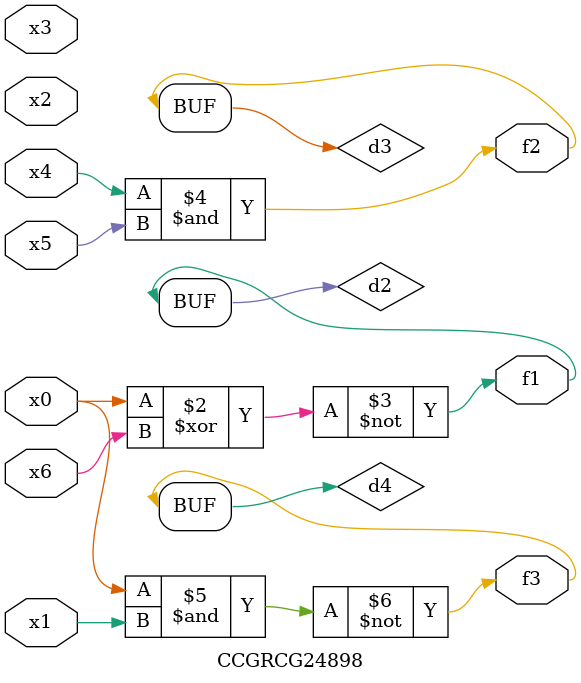
<source format=v>
module CCGRCG24898(
	input x0, x1, x2, x3, x4, x5, x6,
	output f1, f2, f3
);

	wire d1, d2, d3, d4;

	nor (d1, x0);
	xnor (d2, x0, x6);
	and (d3, x4, x5);
	nand (d4, x0, x1);
	assign f1 = d2;
	assign f2 = d3;
	assign f3 = d4;
endmodule

</source>
